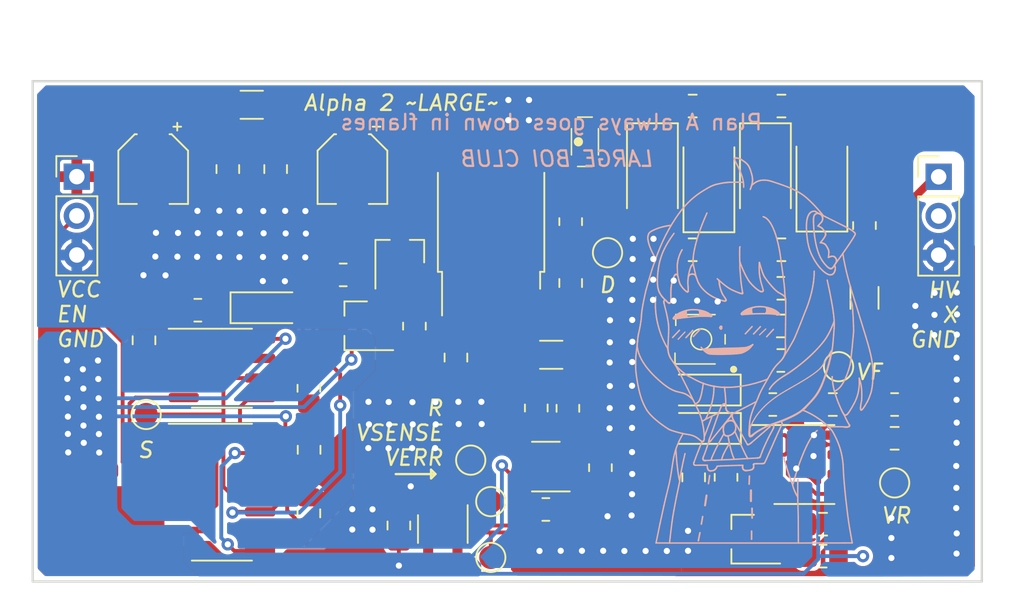
<source format=kicad_pcb>
(kicad_pcb (version 20221018) (generator pcbnew)

  (general
    (thickness 1.6)
  )

  (paper "A4")
  (layers
    (0 "F.Cu" signal)
    (31 "B.Cu" signal)
    (32 "B.Adhes" user "B.Adhesive")
    (33 "F.Adhes" user "F.Adhesive")
    (34 "B.Paste" user)
    (35 "F.Paste" user)
    (36 "B.SilkS" user "B.Silkscreen")
    (37 "F.SilkS" user "F.Silkscreen")
    (38 "B.Mask" user)
    (39 "F.Mask" user)
    (40 "Dwgs.User" user "User.Drawings")
    (41 "Cmts.User" user "User.Comments")
    (42 "Eco1.User" user "User.Eco1")
    (43 "Eco2.User" user "User.Eco2")
    (44 "Edge.Cuts" user)
    (45 "Margin" user)
    (46 "B.CrtYd" user "B.Courtyard")
    (47 "F.CrtYd" user "F.Courtyard")
    (48 "B.Fab" user)
    (49 "F.Fab" user)
    (50 "User.1" user)
    (51 "User.2" user)
    (52 "User.3" user)
    (53 "User.4" user)
    (54 "User.5" user)
    (55 "User.6" user)
    (56 "User.7" user)
    (57 "User.8" user)
    (58 "User.9" user)
  )

  (setup
    (pad_to_mask_clearance 0)
    (pcbplotparams
      (layerselection 0x00010fc_ffffffff)
      (plot_on_all_layers_selection 0x0000000_00000000)
      (disableapertmacros false)
      (usegerberextensions false)
      (usegerberattributes true)
      (usegerberadvancedattributes true)
      (creategerberjobfile true)
      (dashed_line_dash_ratio 12.000000)
      (dashed_line_gap_ratio 3.000000)
      (svgprecision 4)
      (plotframeref false)
      (viasonmask false)
      (mode 1)
      (useauxorigin false)
      (hpglpennumber 1)
      (hpglpenspeed 20)
      (hpglpendiameter 15.000000)
      (dxfpolygonmode true)
      (dxfimperialunits true)
      (dxfusepcbnewfont true)
      (psnegative false)
      (psa4output false)
      (plotreference true)
      (plotvalue true)
      (plotinvisibletext false)
      (sketchpadsonfab false)
      (subtractmaskfromsilk false)
      (outputformat 1)
      (mirror false)
      (drillshape 1)
      (scaleselection 1)
      (outputdirectory "")
    )
  )

  (net 0 "")
  (net 1 "VCC")
  (net 2 "GND")
  (net 3 "/VPR")
  (net 4 "Net-(C5-Pad1)")
  (net 5 "/RFEED_H")
  (net 6 "/VTR_SEC")
  (net 7 "Net-(D1-K)")
  (net 8 "Net-(D2-K)")
  (net 9 "Net-(D3-K)")
  (net 10 "Net-(C9-Pad1)")
  (net 11 "Net-(D4-K)")
  (net 12 "/GATE")
  (net 13 "VPP")
  (net 14 "/VREF")
  (net 15 "Net-(U5-CV)")
  (net 16 "Net-(U6A-+)")
  (net 17 "/VFEED")
  (net 18 "Net-(D5-K)")
  (net 19 "Net-(C19-Pad1)")
  (net 20 "Net-(D6-K)")
  (net 21 "/VERR")
  (net 22 "Net-(D6-A)")
  (net 23 "Net-(D7-K)")
  (net 24 "/ENABLE")
  (net 25 "unconnected-(J2-Pin_2-Pad2)")
  (net 26 "Net-(Q2-B)")
  (net 27 "Net-(Q2-E)")
  (net 28 "/MOS_D")
  (net 29 "Net-(U1-+)")
  (net 30 "Net-(U1--)")
  (net 31 "/VSENSE")
  (net 32 "/SR_Q")
  (net 33 "/SR_R")
  (net 34 "/SR_S")
  (net 35 "Net-(U3-Pad1)")
  (net 36 "/EN_LINE")
  (net 37 "/SR_NQ")

  (footprint "Capacitor_SMD:C_1206_3216Metric_Pad1.33x1.80mm_HandSolder" (layer "F.Cu") (at 190.64 66.22 -90))

  (footprint "Package_TO_SOT_SMD:SOT-23-5_HandSoldering" (layer "F.Cu") (at 169.98 77.16 180))

  (footprint "Resistor_SMD:R_0805_2012Metric_Pad1.20x1.40mm_HandSolder" (layer "F.Cu") (at 156.84 64.73))

  (footprint "lcsc_misc:VG039NCHXTB222" (layer "F.Cu") (at 178.455 68.954861 90))

  (footprint "TestPoint:TestPoint_Pad_D1.5mm" (layer "F.Cu") (at 165.11 76.74 180))

  (footprint "Capacitor_SMD:C_0805_2012Metric_Pad1.18x1.45mm_HandSolder" (layer "F.Cu") (at 143.925 68.97 90))

  (footprint "Diode_SMD:D_SOD-123" (layer "F.Cu") (at 180.255 72.195 180))

  (footprint "Diode_SMD:D_SMA" (layer "F.Cu") (at 184.216666 58.41 -90))

  (footprint "Capacitor_SMD:C_0805_2012Metric_Pad1.18x1.45mm_HandSolder" (layer "F.Cu") (at 164.15 70.09 -90))

  (footprint "Connector_PinHeader_2.54mm:PinHeader_1x03_P2.54mm_Vertical" (layer "F.Cu") (at 139.57 58.36))

  (footprint "Capacitor_SMD:C_0805_2012Metric_Pad1.18x1.45mm_HandSolder" (layer "F.Cu") (at 185.254166 63.1))

  (footprint "TestPoint:TestPoint_Pad_D1.5mm" (layer "F.Cu") (at 192.595 78.215))

  (footprint "Diode_SMD:D_SMA" (layer "F.Cu") (at 176.89 58.41 -90))

  (footprint "Resistor_SMD:R_1206_3216Metric_Pad1.30x1.75mm_HandSolder" (layer "F.Cu") (at 170.33 69.91))

  (footprint "Capacitor_SMD:C_0805_2012Metric_Pad1.18x1.45mm_HandSolder" (layer "F.Cu") (at 154.63 76.07 -90))

  (footprint "Resistor_SMD:R_0805_2012Metric_Pad1.20x1.40mm_HandSolder" (layer "F.Cu") (at 171.41 73.38 -90))

  (footprint "Package_SO:SOIC-8_3.9x4.9mm_P1.27mm" (layer "F.Cu") (at 148.975 70.78))

  (footprint "Resistor_SMD:R_0805_2012Metric_Pad1.20x1.40mm_HandSolder" (layer "F.Cu") (at 190.64 61.53 -90))

  (footprint "Diode_SMD:D_SOD-123" (layer "F.Cu") (at 180.265 74.685 180))

  (footprint "Resistor_SMD:R_0805_2012Metric_Pad1.20x1.40mm_HandSolder" (layer "F.Cu") (at 185.216666 65.6))

  (footprint "Capacitor_SMD:CP_Elec_4x5.4" (layer "F.Cu") (at 157.44 57.87 -90))

  (footprint "Resistor_SMD:R_0805_2012Metric_Pad1.20x1.40mm_HandSolder" (layer "F.Cu") (at 173.52 77.23 90))

  (footprint "lcsc_misc:ATB322524-0110-T000" (layer "F.Cu") (at 172.49 56.1 -90))

  (footprint "Resistor_SMD:R_0805_2012Metric_Pad1.20x1.40mm_HandSolder" (layer "F.Cu") (at 154.615 72.08 90))

  (footprint "Resistor_SMD:R_0805_2012Metric_Pad1.20x1.40mm_HandSolder" (layer "F.Cu") (at 169.98 79.94 180))

  (footprint "Capacitor_SMD:C_0805_2012Metric_Pad1.18x1.45mm_HandSolder" (layer "F.Cu") (at 192.595 75.325 180))

  (footprint "Resistor_SMD:R_0805_2012Metric_Pad1.20x1.40mm_HandSolder" (layer "F.Cu") (at 192.595 73.135 180))

  (footprint "Diode_SMD:D_SMA" (layer "F.Cu") (at 180.553333 58.455 90))

  (footprint "TestPoint:TestPoint_Pad_D1.5mm" (layer "F.Cu") (at 188.96 70.68))

  (footprint "Package_TO_SOT_SMD:SOT-23_Handsoldering" (layer "F.Cu") (at 182.77 81.865 180))

  (footprint "Resistor_SMD:R_0805_2012Metric_Pad1.20x1.40mm_HandSolder" (layer "F.Cu") (at 187.955 82.965 180))

  (footprint "TestPoint:TestPoint_Pad_D1.5mm" (layer "F.Cu") (at 166.41 79.43 180))

  (footprint "TestPoint:TestPoint_Pad_D1.5mm" (layer "F.Cu") (at 144.065 73.78))

  (footprint "Resistor_SMD:R_0805_2012Metric_Pad1.20x1.40mm_HandSolder" (layer "F.Cu") (at 169.36 73.36 -90))

  (footprint "Resistor_SMD:R_0805_2012Metric_Pad1.20x1.40mm_HandSolder" (layer "F.Cu") (at 181.665 77.855 90))

  (footprint "Package_TO_SOT_SMD:SOT-23-5_HandSoldering" (layer "F.Cu") (at 163.3 81.21 -90))

  (footprint "TestPoint:TestPoint_Pad_D1.5mm" (layer "F.Cu") (at 166.41 83.05 180))

  (footprint "Capacitor_SMD:C_0805_2012Metric_Pad1.18x1.45mm_HandSolder" (layer "F.Cu") (at 160.45 80.98 90))

  (footprint "Capacitor_SMD:C_0805_2012Metric_Pad1.18x1.45mm_HandSolder" (layer "F.Cu") (at 187.955 80.895 180))

  (footprint "Capacitor_SMD:C_0805_2012Metric_Pad1.18x1.45mm_HandSolder" (layer "F.Cu") (at 154.615 80.19 90))

  (footprint "Resistor_SMD:R_0805_2012Metric_Pad1.20x1.40mm_HandSolder" (layer "F.Cu") (at 147.415 67.02 180))

  (footprint "Capacitor_SMD:C_0805_2012Metric_Pad1.18x1.45mm_HandSolder" (layer "F.Cu") (at 179.5 53.78))

  (footprint "Capacitor_SMD:CP_Elec_4x5.4" (layer "F.Cu") (at 144.52 57.87 -90))

  (footprint "Capacitor_SMD:C_0805_2012Metric_Pad1.18x1.45mm_HandSolder" (layer "F.Cu") (at 152.46 57.87 -90))

  (footprint "TestPoint:TestPoint_Pad_D1.5mm" (layer "F.Cu") (at 173.98 63.29))

  (footprint "Resistor_SMD:R_0805_2012Metric_Pad1.20x1.40mm_HandSolder" (layer "F.Cu") (at 161.46 68.0525 -90))

  (footprint "Connector_PinHeader_2.54mm:PinHeader_1x03_P2.54mm_Vertical" (layer "F.Cu") (at 195.45 58.37))

  (footprint "Capacitor_SMD:C_0805_2012Metric_Pad1.18x1.45mm_HandSolder" (layer "F.Cu") (at 149.36 57.87 -90))

  (footprint "Package_TO_SOT_SMD:TO-252-3_TabPin2" (layer "F.Cu") (at 166.43 61.22 90))

  (footprint "Package_SO:SOIC-14_3.9x8.7mm_P1.27mm" (layer "F.Cu") (at 148.975 78.82))

  (footprint "Resistor_SMD:R_1206_3216Metric_Pad1.30x1.75mm_HandSolder" (layer "F.Cu") (at 150.91 53.7))

  (footprint "Package_TO_SOT_SMD:SOT-23_Handsoldering" (layer "F.Cu") (at 157.68 68.03 180))

  (footprint "Capacitor_SMD:C_0805_2012Metric_Pad1.18x1.45mm_HandSolder" (layer "F.Cu") (at 171.59 65.2575 -90))

  (footprint "Capacitor_SMD:C_0805_2012Metric_Pad1.18x1.45mm_HandSolder" (layer "F.Cu") (at 188.585 73.135 180))

  (footprint "Package_SO:SOIC-8_3.9x4.9mm_P1.27mm" (layer "F.Cu")
    (tstamp cf91f073-4ec2-4a46-a0a2-da5108b7130c)
    (at 186.745 77.025)
    (descr "SOIC, 8 Pin (JEDEC MS-012AA, https://www.analog.com/media/en/package-pcb-resources/package/pkg_pdf/soic_narrow-r/r_8.pdf), generated with kicad-footprint-generator ipc_gullwing_generator.py")
    (tags "SOIC SO")
    (property "LCSC" "C693063 ")
    (property "Sheetfile" "geiger_counter.kicad_sch")
    (property "Sheetname" "")
    (property "ki_description" "Dual Precision, Very Low Noise, Low Input Bias Current, Wide Bandwidth JFET Operational Amplifiers, SOIC-8")
    (property "ki_keywords" "dual opamp")
    (path "/954d9322-709b-488a-aeb0-ceab73ad56ba")
    (attr smd)
    (fp_text reference "U6" (at 0 -3.4) (layer "F.SilkS") hide
        (effects (font (size 1 1) (thickness 0.15)))
      (tstamp a8000770-9f19-4054-ad25-00becca6abce)
    )
    (fp_text value "COS722SR" (at 0 3.4) (layer "F.Fab")
        (effects (font (size 1 1) (thickness 0.15)))
      (tstamp 75125a06-b3c4-49c9-b722-9f5141934b15)
    )
    (fp_text user "${REFERENCE}" (at 0 0) (layer "F.Fab")
        (effects (font (size 0.98 0.98) (thickness 0.15)))
      (tstamp 7677d516-02a7-4095-9a55-ca048fdd9c2a)
    )
    (fp_line (start 0 -2.56) (end -3.45 -2.56)
      (stroke (width 0.12) (type solid)) (layer "F.SilkS") (tstamp 37b6ade5-087f-4b4d-a459-13a21a1e0777))
    (fp_line (start 0 -2.56) (end 1.95 -2.56)
      (stroke (width 0.12) (type solid)) (layer "F.SilkS") (tstamp 654d775e-309e-4ad5-ad91-6e36e9b621df))
    (fp_line (start 0 2.56) (end -1.95 2.56)
      (stroke (width 0.12) (type solid)) (layer "F.SilkS") (tstamp e90b062a-f4e2-4267-b05f-7c3da9045
... [2842739 chars truncated]
</source>
